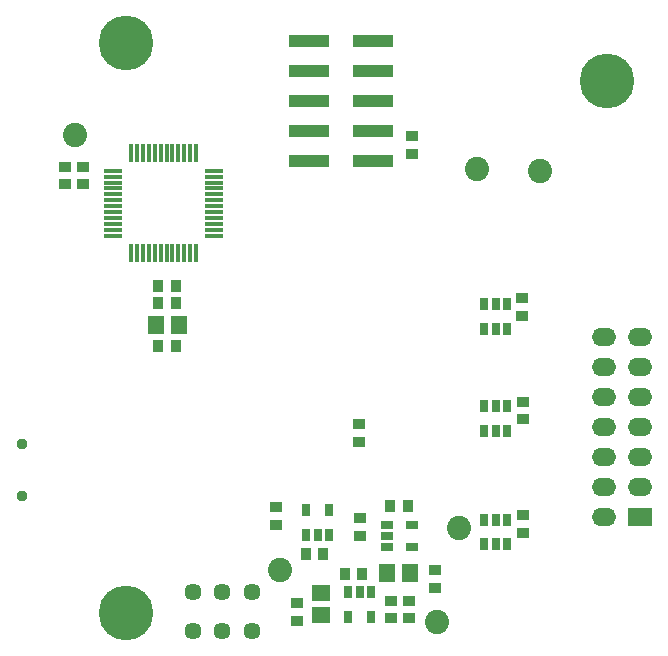
<source format=gbs>
G04 (created by PCBNEW (2013-05-31 BZR 4019)-stable) date 6/26/2014 4:14:42 PM*
%MOIN*%
G04 Gerber Fmt 3.4, Leading zero omitted, Abs format*
%FSLAX34Y34*%
G01*
G70*
G90*
G04 APERTURE LIST*
%ADD10C,0.00590551*%
%ADD11C,0.0374*%
%ADD12R,0.0256X0.0414*%
%ADD13C,0.057*%
%ADD14R,0.063X0.0158*%
%ADD15R,0.0158X0.063*%
%ADD16R,0.0374X0.0414*%
%ADD17C,0.0807*%
%ADD18R,0.137827X0.0421575*%
%ADD19R,0.0414X0.0256*%
%ADD20R,0.0414X0.0374*%
%ADD21R,0.0532X0.061*%
%ADD22R,0.061X0.0532*%
%ADD23C,0.182*%
%ADD24O,0.0807402X0.0610551*%
%ADD25R,0.0807402X0.0610551*%
G04 APERTURE END LIST*
G54D10*
G54D11*
X-14690Y-4109D03*
X-14690Y-5841D03*
G54D12*
X1492Y-7451D03*
X742Y-7451D03*
X1117Y-7451D03*
X742Y-6619D03*
X1492Y-6619D03*
X1117Y-6619D03*
G54D13*
X-8984Y-9050D03*
X-8000Y-9050D03*
X-7015Y-9050D03*
X-8984Y-10349D03*
X-8000Y-10349D03*
X-7015Y-10349D03*
G54D14*
X-8282Y5007D03*
X-8282Y4810D03*
X-8282Y4613D03*
X-8282Y4417D03*
X-8282Y4220D03*
X-8282Y4023D03*
X-8282Y3827D03*
X-8282Y3630D03*
X-8282Y3433D03*
X-8282Y3237D03*
X-8282Y3040D03*
X-8282Y2843D03*
G54D15*
X-8873Y2252D03*
X-9070Y2252D03*
X-9267Y2252D03*
X-9463Y2252D03*
X-9660Y2252D03*
X-9857Y2252D03*
X-10053Y2252D03*
X-10250Y2252D03*
X-10447Y2252D03*
X-10643Y2252D03*
X-10840Y2252D03*
X-11037Y2252D03*
G54D14*
X-11628Y2843D03*
X-11628Y3040D03*
X-11628Y3237D03*
X-11628Y3433D03*
X-11628Y3630D03*
X-11628Y3827D03*
X-11628Y4023D03*
X-11628Y4220D03*
X-11628Y4417D03*
X-11628Y4613D03*
X-11628Y4810D03*
X-11628Y5007D03*
G54D15*
X-11037Y5598D03*
X-10840Y5598D03*
X-10643Y5598D03*
X-10447Y5598D03*
X-10250Y5598D03*
X-10053Y5598D03*
X-9857Y5598D03*
X-9660Y5598D03*
X-9463Y5598D03*
X-9267Y5598D03*
X-9070Y5598D03*
X-8873Y5598D03*
G54D16*
X-3916Y-8440D03*
X-3324Y-8440D03*
G54D17*
X-840Y-10040D03*
X-110Y-6890D03*
G54D18*
X-2967Y8325D03*
X-5112Y8325D03*
X-2967Y7325D03*
X-5112Y7325D03*
X-5112Y5325D03*
X-2967Y5325D03*
X-5112Y6325D03*
X-2967Y6325D03*
X-2967Y9325D03*
X-5112Y9325D03*
G54D17*
X-6060Y-8310D03*
G54D12*
X-4445Y-7131D03*
X-5195Y-7131D03*
X-4820Y-7131D03*
X-5195Y-6299D03*
X-4445Y-6299D03*
X-3795Y-9024D03*
X-3045Y-9024D03*
X-3420Y-9024D03*
X-3045Y-9856D03*
X-3795Y-9856D03*
G54D19*
X-2511Y-7540D03*
X-2511Y-6790D03*
X-2511Y-7165D03*
X-1679Y-6790D03*
X-1679Y-7540D03*
G54D12*
X1492Y-263D03*
X742Y-263D03*
X1117Y-263D03*
X742Y568D03*
X1492Y568D03*
X1117Y568D03*
G54D20*
X-5500Y-10006D03*
X-5500Y-9414D03*
X-13255Y5146D03*
X-13255Y4554D03*
X-12655Y5146D03*
X-12655Y4554D03*
X-1770Y-9911D03*
X-1770Y-9319D03*
X2030Y-2689D03*
X2030Y-3281D03*
X2005Y761D03*
X2005Y169D03*
G54D16*
X-9534Y600D03*
X-10126Y600D03*
G54D21*
X-9455Y-125D03*
X-10205Y-125D03*
G54D20*
X2030Y-6464D03*
X2030Y-7056D03*
X-1680Y6156D03*
X-1680Y5564D03*
G54D16*
X-9534Y1150D03*
X-10126Y1150D03*
X-9534Y-825D03*
X-10126Y-825D03*
G54D20*
X-895Y-8294D03*
X-895Y-8886D03*
G54D21*
X-1745Y-8390D03*
X-2495Y-8390D03*
G54D12*
X1492Y-3676D03*
X742Y-3676D03*
X1117Y-3676D03*
X742Y-2844D03*
X1492Y-2844D03*
X1117Y-2844D03*
G54D17*
X-12910Y6210D03*
G54D20*
X-6220Y-6806D03*
X-6220Y-6214D03*
G54D16*
X-4624Y-7765D03*
X-5216Y-7765D03*
X-1799Y-6165D03*
X-2391Y-6165D03*
G54D20*
X-2370Y-9911D03*
X-2370Y-9319D03*
X-3395Y-7161D03*
X-3395Y-6569D03*
G54D22*
X-4720Y-9815D03*
X-4720Y-9065D03*
G54D23*
X4827Y8012D03*
X-11212Y9262D03*
X-11212Y-9737D03*
G54D24*
X4721Y-535D03*
X5918Y-535D03*
X5918Y-1535D03*
X4721Y-1535D03*
X4721Y-2535D03*
X5918Y-2535D03*
X5918Y-3535D03*
X4721Y-3535D03*
X4721Y-4535D03*
X5918Y-4535D03*
G54D25*
X5918Y-6535D03*
G54D24*
X4721Y-6535D03*
X5918Y-5535D03*
X4721Y-5535D03*
G54D17*
X500Y5050D03*
G54D20*
X-3430Y-4026D03*
X-3430Y-3434D03*
G54D17*
X2600Y4990D03*
M02*

</source>
